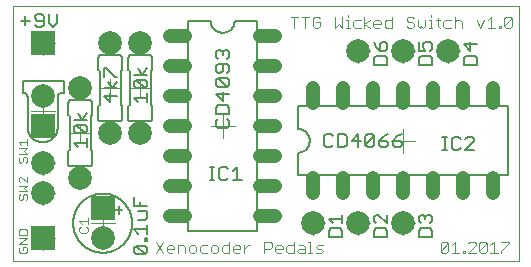
<source format=gtl>
G75*
%MOIN*%
%OFA0B0*%
%FSLAX25Y25*%
%IPPOS*%
%LPD*%
%AMOC8*
5,1,8,0,0,1.08239X$1,22.5*
%
%ADD10C,0.00000*%
%ADD11C,0.00300*%
%ADD12R,0.07874X0.07874*%
%ADD13C,0.00600*%
%ADD14C,0.02400*%
%ADD15C,0.07874*%
%ADD16C,0.00400*%
%ADD17C,0.00500*%
%ADD18C,0.04800*%
D10*
X0002200Y0002200D02*
X0002200Y0087161D01*
X0170901Y0087161D01*
X0170901Y0002200D01*
X0002200Y0002200D01*
X0012200Y0005731D02*
X0012200Y0013669D01*
X0008231Y0009700D02*
X0016169Y0009700D01*
X0028200Y0014700D02*
X0036200Y0014700D01*
X0032200Y0010700D02*
X0032200Y0018700D01*
X0016169Y0024700D02*
X0008231Y0024700D01*
X0012200Y0020731D02*
X0012200Y0028669D01*
X0012200Y0030700D02*
X0012200Y0038700D01*
X0008200Y0034700D02*
X0016200Y0034700D01*
X0024700Y0041767D02*
X0024700Y0047633D01*
X0021767Y0044700D02*
X0027633Y0044700D01*
X0016200Y0052200D02*
X0008200Y0052200D01*
X0012200Y0048200D02*
X0012200Y0056200D01*
X0031767Y0059700D02*
X0037633Y0059700D01*
X0041767Y0059700D02*
X0047633Y0059700D01*
X0044700Y0056767D02*
X0044700Y0062633D01*
X0034700Y0062633D02*
X0034700Y0056767D01*
X0012200Y0070700D02*
X0012200Y0078700D01*
X0008200Y0074700D02*
X0016200Y0074700D01*
X0068200Y0047200D02*
X0076200Y0047200D01*
X0072200Y0043200D02*
X0072200Y0051200D01*
X0113200Y0072200D02*
X0121200Y0072200D01*
X0117200Y0068200D02*
X0117200Y0076200D01*
X0128200Y0072200D02*
X0136200Y0072200D01*
X0132200Y0068200D02*
X0132200Y0076200D01*
X0143200Y0072200D02*
X0151200Y0072200D01*
X0147200Y0068200D02*
X0147200Y0076200D01*
X0132200Y0046200D02*
X0132200Y0038200D01*
X0128200Y0042200D02*
X0136200Y0042200D01*
X0132200Y0018700D02*
X0132200Y0010700D01*
X0128200Y0014700D02*
X0136200Y0014700D01*
X0121200Y0014700D02*
X0113200Y0014700D01*
X0117200Y0010700D02*
X0117200Y0018700D01*
X0106200Y0014700D02*
X0098200Y0014700D01*
X0102200Y0010700D02*
X0102200Y0018700D01*
D11*
X0101417Y0008553D02*
X0100800Y0008553D01*
X0101417Y0008553D02*
X0101417Y0004850D01*
X0100800Y0004850D02*
X0102035Y0004850D01*
X0103256Y0004850D02*
X0105107Y0004850D01*
X0105724Y0005467D01*
X0105107Y0006084D01*
X0103873Y0006084D01*
X0103256Y0006702D01*
X0103873Y0007319D01*
X0105724Y0007319D01*
X0099586Y0006702D02*
X0099586Y0004850D01*
X0097734Y0004850D01*
X0097117Y0005467D01*
X0097734Y0006084D01*
X0099586Y0006084D01*
X0099586Y0006702D02*
X0098969Y0007319D01*
X0097734Y0007319D01*
X0095903Y0007319D02*
X0094051Y0007319D01*
X0093434Y0006702D01*
X0093434Y0005467D01*
X0094051Y0004850D01*
X0095903Y0004850D01*
X0095903Y0008553D01*
X0092220Y0006702D02*
X0092220Y0006084D01*
X0089751Y0006084D01*
X0089751Y0005467D02*
X0089751Y0006702D01*
X0090368Y0007319D01*
X0091602Y0007319D01*
X0092220Y0006702D01*
X0090368Y0004850D02*
X0089751Y0005467D01*
X0090368Y0004850D02*
X0091602Y0004850D01*
X0088536Y0006702D02*
X0087919Y0006084D01*
X0086068Y0006084D01*
X0086068Y0004850D02*
X0086068Y0008553D01*
X0087919Y0008553D01*
X0088536Y0007936D01*
X0088536Y0006702D01*
X0081167Y0007319D02*
X0080550Y0007319D01*
X0079315Y0006084D01*
X0078101Y0006084D02*
X0078101Y0006702D01*
X0077484Y0007319D01*
X0076249Y0007319D01*
X0075632Y0006702D01*
X0075632Y0005467D01*
X0076249Y0004850D01*
X0077484Y0004850D01*
X0078101Y0006084D02*
X0075632Y0006084D01*
X0074418Y0004850D02*
X0072566Y0004850D01*
X0071949Y0005467D01*
X0071949Y0006702D01*
X0072566Y0007319D01*
X0074418Y0007319D01*
X0074418Y0008553D02*
X0074418Y0004850D01*
X0070734Y0005467D02*
X0070734Y0006702D01*
X0070117Y0007319D01*
X0068883Y0007319D01*
X0068266Y0006702D01*
X0068266Y0005467D01*
X0068883Y0004850D01*
X0070117Y0004850D01*
X0070734Y0005467D01*
X0067051Y0004850D02*
X0065200Y0004850D01*
X0064583Y0005467D01*
X0064583Y0006702D01*
X0065200Y0007319D01*
X0067051Y0007319D01*
X0063368Y0006702D02*
X0063368Y0005467D01*
X0062751Y0004850D01*
X0061517Y0004850D01*
X0060899Y0005467D01*
X0060899Y0006702D01*
X0061517Y0007319D01*
X0062751Y0007319D01*
X0063368Y0006702D01*
X0059685Y0006702D02*
X0059685Y0004850D01*
X0059685Y0006702D02*
X0059068Y0007319D01*
X0057216Y0007319D01*
X0057216Y0004850D01*
X0056002Y0006084D02*
X0053533Y0006084D01*
X0053533Y0005467D02*
X0053533Y0006702D01*
X0054150Y0007319D01*
X0055385Y0007319D01*
X0056002Y0006702D01*
X0056002Y0006084D01*
X0055385Y0004850D02*
X0054150Y0004850D01*
X0053533Y0005467D01*
X0052319Y0004850D02*
X0049850Y0008553D01*
X0052319Y0008553D02*
X0049850Y0004850D01*
X0079315Y0004850D02*
X0079315Y0007319D01*
X0144850Y0007936D02*
X0144850Y0005467D01*
X0147319Y0007936D01*
X0147319Y0005467D01*
X0146702Y0004850D01*
X0145467Y0004850D01*
X0144850Y0005467D01*
X0144850Y0007936D02*
X0145467Y0008553D01*
X0146702Y0008553D01*
X0147319Y0007936D01*
X0148533Y0007319D02*
X0149768Y0008553D01*
X0149768Y0004850D01*
X0151002Y0004850D02*
X0148533Y0004850D01*
X0152216Y0004850D02*
X0152833Y0004850D01*
X0152833Y0005467D01*
X0152216Y0005467D01*
X0152216Y0004850D01*
X0154058Y0004850D02*
X0156527Y0007319D01*
X0156527Y0007936D01*
X0155909Y0008553D01*
X0154675Y0008553D01*
X0154058Y0007936D01*
X0157741Y0007936D02*
X0157741Y0005467D01*
X0160210Y0007936D01*
X0160210Y0005467D01*
X0159593Y0004850D01*
X0158358Y0004850D01*
X0157741Y0005467D01*
X0156527Y0004850D02*
X0154058Y0004850D01*
X0157741Y0007936D02*
X0158358Y0008553D01*
X0159593Y0008553D01*
X0160210Y0007936D01*
X0161424Y0007319D02*
X0162659Y0008553D01*
X0162659Y0004850D01*
X0163893Y0004850D02*
X0161424Y0004850D01*
X0165107Y0004850D02*
X0165107Y0005467D01*
X0167576Y0007936D01*
X0167576Y0008553D01*
X0165107Y0008553D01*
X0164833Y0079850D02*
X0164216Y0079850D01*
X0164216Y0080467D01*
X0164833Y0080467D01*
X0164833Y0079850D01*
X0166057Y0080467D02*
X0168526Y0082936D01*
X0168526Y0080467D01*
X0167909Y0079850D01*
X0166675Y0079850D01*
X0166057Y0080467D01*
X0166057Y0082936D01*
X0166675Y0083553D01*
X0167909Y0083553D01*
X0168526Y0082936D01*
X0163002Y0079850D02*
X0160533Y0079850D01*
X0161767Y0079850D02*
X0161767Y0083553D01*
X0160533Y0082319D01*
X0159318Y0082319D02*
X0158084Y0079850D01*
X0156850Y0082319D01*
X0151952Y0081702D02*
X0151952Y0079850D01*
X0151952Y0081702D02*
X0151335Y0082319D01*
X0150100Y0082319D01*
X0149483Y0081702D01*
X0148269Y0082319D02*
X0146417Y0082319D01*
X0145800Y0081702D01*
X0145800Y0080467D01*
X0146417Y0079850D01*
X0148269Y0079850D01*
X0149483Y0079850D02*
X0149483Y0083553D01*
X0144579Y0082319D02*
X0143345Y0082319D01*
X0143962Y0082936D02*
X0143962Y0080467D01*
X0144579Y0079850D01*
X0142124Y0079850D02*
X0140889Y0079850D01*
X0141506Y0079850D02*
X0141506Y0082319D01*
X0140889Y0082319D01*
X0139675Y0082319D02*
X0139675Y0080467D01*
X0139058Y0079850D01*
X0138441Y0080467D01*
X0137823Y0079850D01*
X0137206Y0080467D01*
X0137206Y0082319D01*
X0135992Y0082936D02*
X0135375Y0083553D01*
X0134140Y0083553D01*
X0133523Y0082936D01*
X0133523Y0082319D01*
X0134140Y0081702D01*
X0135375Y0081702D01*
X0135992Y0081084D01*
X0135992Y0080467D01*
X0135375Y0079850D01*
X0134140Y0079850D01*
X0133523Y0080467D01*
X0128625Y0079850D02*
X0128625Y0083553D01*
X0128625Y0082319D02*
X0126774Y0082319D01*
X0126157Y0081702D01*
X0126157Y0080467D01*
X0126774Y0079850D01*
X0128625Y0079850D01*
X0124942Y0081084D02*
X0124942Y0081702D01*
X0124325Y0082319D01*
X0123091Y0082319D01*
X0122474Y0081702D01*
X0122474Y0080467D01*
X0123091Y0079850D01*
X0124325Y0079850D01*
X0124942Y0081084D02*
X0122474Y0081084D01*
X0121256Y0079850D02*
X0119404Y0081084D01*
X0121256Y0082319D01*
X0119404Y0083553D02*
X0119404Y0079850D01*
X0118190Y0079850D02*
X0116338Y0079850D01*
X0115721Y0080467D01*
X0115721Y0081702D01*
X0116338Y0082319D01*
X0118190Y0082319D01*
X0113883Y0082319D02*
X0113883Y0079850D01*
X0113266Y0079850D02*
X0114500Y0079850D01*
X0112051Y0079850D02*
X0112051Y0083553D01*
X0113266Y0082319D02*
X0113883Y0082319D01*
X0113883Y0083553D02*
X0113883Y0084170D01*
X0109583Y0083553D02*
X0109583Y0079850D01*
X0110817Y0081084D01*
X0112051Y0079850D01*
X0104685Y0080467D02*
X0104685Y0081702D01*
X0103451Y0081702D01*
X0104685Y0082936D02*
X0104068Y0083553D01*
X0102833Y0083553D01*
X0102216Y0082936D01*
X0102216Y0080467D01*
X0102833Y0079850D01*
X0104068Y0079850D01*
X0104685Y0080467D01*
X0101002Y0083553D02*
X0098533Y0083553D01*
X0097319Y0083553D02*
X0094850Y0083553D01*
X0096084Y0083553D02*
X0096084Y0079850D01*
X0099768Y0079850D02*
X0099768Y0083553D01*
X0141506Y0083553D02*
X0141506Y0084170D01*
D12*
X0032200Y0019700D03*
X0012200Y0009700D03*
X0012200Y0047200D03*
X0012200Y0074700D03*
D13*
X0011806Y0080000D02*
X0010338Y0080000D01*
X0009604Y0080734D01*
X0010338Y0082202D02*
X0012540Y0082202D01*
X0012540Y0080734D02*
X0012540Y0083670D01*
X0011806Y0084404D01*
X0010338Y0084404D01*
X0009604Y0083670D01*
X0009604Y0082936D01*
X0010338Y0082202D01*
X0007936Y0082202D02*
X0005000Y0082202D01*
X0006468Y0083670D02*
X0006468Y0080734D01*
X0011806Y0080000D02*
X0012540Y0080734D01*
X0014208Y0081468D02*
X0015676Y0080000D01*
X0017144Y0081468D01*
X0017144Y0084404D01*
X0014208Y0084404D02*
X0014208Y0081468D01*
X0031700Y0070763D02*
X0037700Y0070763D01*
X0037760Y0070761D01*
X0037821Y0070756D01*
X0037880Y0070747D01*
X0037939Y0070734D01*
X0037998Y0070718D01*
X0038055Y0070698D01*
X0038110Y0070675D01*
X0038165Y0070648D01*
X0038217Y0070619D01*
X0038268Y0070586D01*
X0038317Y0070550D01*
X0038363Y0070512D01*
X0038407Y0070470D01*
X0038449Y0070426D01*
X0038487Y0070380D01*
X0038523Y0070331D01*
X0038556Y0070280D01*
X0038585Y0070228D01*
X0038612Y0070173D01*
X0038635Y0070118D01*
X0038655Y0070061D01*
X0038671Y0070002D01*
X0038684Y0069943D01*
X0038693Y0069884D01*
X0038698Y0069823D01*
X0038700Y0069763D01*
X0038700Y0065763D01*
X0038200Y0065263D01*
X0038200Y0054137D01*
X0038700Y0053637D01*
X0038700Y0049637D01*
X0038698Y0049577D01*
X0038693Y0049516D01*
X0038684Y0049457D01*
X0038671Y0049398D01*
X0038655Y0049339D01*
X0038635Y0049282D01*
X0038612Y0049227D01*
X0038585Y0049172D01*
X0038556Y0049120D01*
X0038523Y0049069D01*
X0038487Y0049020D01*
X0038449Y0048974D01*
X0038407Y0048930D01*
X0038363Y0048888D01*
X0038317Y0048850D01*
X0038268Y0048814D01*
X0038217Y0048781D01*
X0038165Y0048752D01*
X0038110Y0048725D01*
X0038055Y0048702D01*
X0037998Y0048682D01*
X0037939Y0048666D01*
X0037880Y0048653D01*
X0037821Y0048644D01*
X0037760Y0048639D01*
X0037700Y0048637D01*
X0031700Y0048637D01*
X0031640Y0048639D01*
X0031579Y0048644D01*
X0031520Y0048653D01*
X0031461Y0048666D01*
X0031402Y0048682D01*
X0031345Y0048702D01*
X0031290Y0048725D01*
X0031235Y0048752D01*
X0031183Y0048781D01*
X0031132Y0048814D01*
X0031083Y0048850D01*
X0031037Y0048888D01*
X0030993Y0048930D01*
X0030951Y0048974D01*
X0030913Y0049020D01*
X0030877Y0049069D01*
X0030844Y0049120D01*
X0030815Y0049172D01*
X0030788Y0049227D01*
X0030765Y0049282D01*
X0030745Y0049339D01*
X0030729Y0049398D01*
X0030716Y0049457D01*
X0030707Y0049516D01*
X0030702Y0049577D01*
X0030700Y0049637D01*
X0030700Y0053637D01*
X0031200Y0054137D01*
X0031200Y0065263D01*
X0030700Y0065763D01*
X0030700Y0069763D01*
X0030702Y0069823D01*
X0030707Y0069884D01*
X0030716Y0069943D01*
X0030729Y0070002D01*
X0030745Y0070061D01*
X0030765Y0070118D01*
X0030788Y0070173D01*
X0030815Y0070228D01*
X0030844Y0070280D01*
X0030877Y0070331D01*
X0030913Y0070380D01*
X0030951Y0070426D01*
X0030993Y0070470D01*
X0031037Y0070512D01*
X0031083Y0070550D01*
X0031132Y0070586D01*
X0031183Y0070619D01*
X0031235Y0070648D01*
X0031290Y0070675D01*
X0031345Y0070698D01*
X0031402Y0070718D01*
X0031461Y0070734D01*
X0031520Y0070747D01*
X0031579Y0070756D01*
X0031640Y0070761D01*
X0031700Y0070763D01*
X0032496Y0066376D02*
X0033230Y0066376D01*
X0036166Y0063441D01*
X0036900Y0063441D01*
X0036900Y0061806D02*
X0035432Y0059604D01*
X0033964Y0061806D01*
X0032496Y0063441D02*
X0032496Y0066376D01*
X0040700Y0065763D02*
X0040700Y0069763D01*
X0040702Y0069823D01*
X0040707Y0069884D01*
X0040716Y0069943D01*
X0040729Y0070002D01*
X0040745Y0070061D01*
X0040765Y0070118D01*
X0040788Y0070173D01*
X0040815Y0070228D01*
X0040844Y0070280D01*
X0040877Y0070331D01*
X0040913Y0070380D01*
X0040951Y0070426D01*
X0040993Y0070470D01*
X0041037Y0070512D01*
X0041083Y0070550D01*
X0041132Y0070586D01*
X0041183Y0070619D01*
X0041235Y0070648D01*
X0041290Y0070675D01*
X0041345Y0070698D01*
X0041402Y0070718D01*
X0041461Y0070734D01*
X0041520Y0070747D01*
X0041579Y0070756D01*
X0041640Y0070761D01*
X0041700Y0070763D01*
X0047700Y0070763D01*
X0047760Y0070761D01*
X0047821Y0070756D01*
X0047880Y0070747D01*
X0047939Y0070734D01*
X0047998Y0070718D01*
X0048055Y0070698D01*
X0048110Y0070675D01*
X0048165Y0070648D01*
X0048217Y0070619D01*
X0048268Y0070586D01*
X0048317Y0070550D01*
X0048363Y0070512D01*
X0048407Y0070470D01*
X0048449Y0070426D01*
X0048487Y0070380D01*
X0048523Y0070331D01*
X0048556Y0070280D01*
X0048585Y0070228D01*
X0048612Y0070173D01*
X0048635Y0070118D01*
X0048655Y0070061D01*
X0048671Y0070002D01*
X0048684Y0069943D01*
X0048693Y0069884D01*
X0048698Y0069823D01*
X0048700Y0069763D01*
X0048700Y0065763D01*
X0048200Y0065263D01*
X0048200Y0054137D01*
X0048700Y0053637D01*
X0048700Y0049637D01*
X0048698Y0049577D01*
X0048693Y0049516D01*
X0048684Y0049457D01*
X0048671Y0049398D01*
X0048655Y0049339D01*
X0048635Y0049282D01*
X0048612Y0049227D01*
X0048585Y0049172D01*
X0048556Y0049120D01*
X0048523Y0049069D01*
X0048487Y0049020D01*
X0048449Y0048974D01*
X0048407Y0048930D01*
X0048363Y0048888D01*
X0048317Y0048850D01*
X0048268Y0048814D01*
X0048217Y0048781D01*
X0048165Y0048752D01*
X0048110Y0048725D01*
X0048055Y0048702D01*
X0047998Y0048682D01*
X0047939Y0048666D01*
X0047880Y0048653D01*
X0047821Y0048644D01*
X0047760Y0048639D01*
X0047700Y0048637D01*
X0041700Y0048637D01*
X0041640Y0048639D01*
X0041579Y0048644D01*
X0041520Y0048653D01*
X0041461Y0048666D01*
X0041402Y0048682D01*
X0041345Y0048702D01*
X0041290Y0048725D01*
X0041235Y0048752D01*
X0041183Y0048781D01*
X0041132Y0048814D01*
X0041083Y0048850D01*
X0041037Y0048888D01*
X0040993Y0048930D01*
X0040951Y0048974D01*
X0040913Y0049020D01*
X0040877Y0049069D01*
X0040844Y0049120D01*
X0040815Y0049172D01*
X0040788Y0049227D01*
X0040765Y0049282D01*
X0040745Y0049339D01*
X0040729Y0049398D01*
X0040716Y0049457D01*
X0040707Y0049516D01*
X0040702Y0049577D01*
X0040700Y0049637D01*
X0040700Y0053637D01*
X0041200Y0054137D01*
X0041200Y0065263D01*
X0040700Y0065763D01*
X0042496Y0064208D02*
X0046900Y0064208D01*
X0045432Y0064208D02*
X0043964Y0066410D01*
X0045432Y0064208D02*
X0046900Y0066410D01*
X0046166Y0062540D02*
X0043230Y0062540D01*
X0046166Y0059604D01*
X0046900Y0060338D01*
X0046900Y0061806D01*
X0046166Y0062540D01*
X0043230Y0062540D02*
X0042496Y0061806D01*
X0042496Y0060338D01*
X0043230Y0059604D01*
X0046166Y0059604D01*
X0046900Y0057936D02*
X0046900Y0055000D01*
X0043964Y0055000D02*
X0042496Y0056468D01*
X0046900Y0056468D01*
X0036900Y0057202D02*
X0032496Y0057202D01*
X0034698Y0055000D01*
X0034698Y0057936D01*
X0036900Y0059604D02*
X0032496Y0059604D01*
X0027700Y0055763D02*
X0021700Y0055763D01*
X0021640Y0055761D01*
X0021579Y0055756D01*
X0021520Y0055747D01*
X0021461Y0055734D01*
X0021402Y0055718D01*
X0021345Y0055698D01*
X0021290Y0055675D01*
X0021235Y0055648D01*
X0021183Y0055619D01*
X0021132Y0055586D01*
X0021083Y0055550D01*
X0021037Y0055512D01*
X0020993Y0055470D01*
X0020951Y0055426D01*
X0020913Y0055380D01*
X0020877Y0055331D01*
X0020844Y0055280D01*
X0020815Y0055228D01*
X0020788Y0055173D01*
X0020765Y0055118D01*
X0020745Y0055061D01*
X0020729Y0055002D01*
X0020716Y0054943D01*
X0020707Y0054884D01*
X0020702Y0054823D01*
X0020700Y0054763D01*
X0020700Y0050763D01*
X0021200Y0050263D01*
X0021200Y0039137D01*
X0020700Y0038637D01*
X0020700Y0034637D01*
X0020702Y0034577D01*
X0020707Y0034516D01*
X0020716Y0034457D01*
X0020729Y0034398D01*
X0020745Y0034339D01*
X0020765Y0034282D01*
X0020788Y0034227D01*
X0020815Y0034172D01*
X0020844Y0034120D01*
X0020877Y0034069D01*
X0020913Y0034020D01*
X0020951Y0033974D01*
X0020993Y0033930D01*
X0021037Y0033888D01*
X0021083Y0033850D01*
X0021132Y0033814D01*
X0021183Y0033781D01*
X0021235Y0033752D01*
X0021290Y0033725D01*
X0021345Y0033702D01*
X0021402Y0033682D01*
X0021461Y0033666D01*
X0021520Y0033653D01*
X0021579Y0033644D01*
X0021640Y0033639D01*
X0021700Y0033637D01*
X0027700Y0033637D01*
X0027760Y0033639D01*
X0027821Y0033644D01*
X0027880Y0033653D01*
X0027939Y0033666D01*
X0027998Y0033682D01*
X0028055Y0033702D01*
X0028110Y0033725D01*
X0028165Y0033752D01*
X0028217Y0033781D01*
X0028268Y0033814D01*
X0028317Y0033850D01*
X0028363Y0033888D01*
X0028407Y0033930D01*
X0028449Y0033974D01*
X0028487Y0034020D01*
X0028523Y0034069D01*
X0028556Y0034120D01*
X0028585Y0034172D01*
X0028612Y0034227D01*
X0028635Y0034282D01*
X0028655Y0034339D01*
X0028671Y0034398D01*
X0028684Y0034457D01*
X0028693Y0034516D01*
X0028698Y0034577D01*
X0028700Y0034637D01*
X0028700Y0038637D01*
X0028200Y0039137D01*
X0028200Y0050263D01*
X0028700Y0050763D01*
X0028700Y0054763D01*
X0028698Y0054823D01*
X0028693Y0054884D01*
X0028684Y0054943D01*
X0028671Y0055002D01*
X0028655Y0055061D01*
X0028635Y0055118D01*
X0028612Y0055173D01*
X0028585Y0055228D01*
X0028556Y0055280D01*
X0028523Y0055331D01*
X0028487Y0055380D01*
X0028449Y0055426D01*
X0028407Y0055470D01*
X0028363Y0055512D01*
X0028317Y0055550D01*
X0028268Y0055586D01*
X0028217Y0055619D01*
X0028165Y0055648D01*
X0028110Y0055675D01*
X0028055Y0055698D01*
X0027998Y0055718D01*
X0027939Y0055734D01*
X0027880Y0055747D01*
X0027821Y0055756D01*
X0027760Y0055761D01*
X0027700Y0055763D01*
X0026900Y0051410D02*
X0025432Y0049208D01*
X0023964Y0051410D01*
X0022496Y0049208D02*
X0026900Y0049208D01*
X0026166Y0047540D02*
X0023230Y0047540D01*
X0026166Y0044604D01*
X0026900Y0045338D01*
X0026900Y0046806D01*
X0026166Y0047540D01*
X0023230Y0047540D02*
X0022496Y0046806D01*
X0022496Y0045338D01*
X0023230Y0044604D01*
X0026166Y0044604D01*
X0026900Y0042936D02*
X0026900Y0040000D01*
X0026900Y0041468D02*
X0022496Y0041468D01*
X0023964Y0040000D01*
X0042496Y0023332D02*
X0042496Y0020396D01*
X0046900Y0020396D01*
X0044698Y0020396D02*
X0044698Y0021864D01*
X0038800Y0019200D02*
X0036300Y0019200D01*
X0037600Y0017900D02*
X0037600Y0020500D01*
X0043964Y0018728D02*
X0046900Y0018728D01*
X0046900Y0016526D01*
X0046166Y0015792D01*
X0043964Y0015792D01*
X0046900Y0014124D02*
X0046900Y0011188D01*
X0043964Y0011188D02*
X0042496Y0012656D01*
X0046900Y0012656D01*
X0046900Y0009620D02*
X0046900Y0008886D01*
X0046166Y0008886D01*
X0046166Y0009620D01*
X0046900Y0009620D01*
X0046166Y0007218D02*
X0043230Y0007218D01*
X0046166Y0004282D01*
X0046900Y0005016D01*
X0046900Y0006484D01*
X0046166Y0007218D01*
X0043230Y0007218D02*
X0042496Y0006484D01*
X0042496Y0005016D01*
X0043230Y0004282D01*
X0046166Y0004282D01*
X0060700Y0012200D02*
X0083700Y0012200D01*
X0083700Y0082200D01*
X0076200Y0082200D01*
X0076198Y0082074D01*
X0076192Y0081949D01*
X0076182Y0081824D01*
X0076168Y0081699D01*
X0076151Y0081574D01*
X0076129Y0081450D01*
X0076104Y0081327D01*
X0076074Y0081205D01*
X0076041Y0081084D01*
X0076004Y0080964D01*
X0075964Y0080845D01*
X0075919Y0080728D01*
X0075871Y0080611D01*
X0075819Y0080497D01*
X0075764Y0080384D01*
X0075705Y0080273D01*
X0075643Y0080164D01*
X0075577Y0080057D01*
X0075508Y0079952D01*
X0075436Y0079849D01*
X0075361Y0079748D01*
X0075282Y0079650D01*
X0075200Y0079555D01*
X0075116Y0079462D01*
X0075028Y0079372D01*
X0074938Y0079284D01*
X0074845Y0079200D01*
X0074750Y0079118D01*
X0074652Y0079039D01*
X0074551Y0078964D01*
X0074448Y0078892D01*
X0074343Y0078823D01*
X0074236Y0078757D01*
X0074127Y0078695D01*
X0074016Y0078636D01*
X0073903Y0078581D01*
X0073789Y0078529D01*
X0073672Y0078481D01*
X0073555Y0078436D01*
X0073436Y0078396D01*
X0073316Y0078359D01*
X0073195Y0078326D01*
X0073073Y0078296D01*
X0072950Y0078271D01*
X0072826Y0078249D01*
X0072701Y0078232D01*
X0072576Y0078218D01*
X0072451Y0078208D01*
X0072326Y0078202D01*
X0072200Y0078200D01*
X0072074Y0078202D01*
X0071949Y0078208D01*
X0071824Y0078218D01*
X0071699Y0078232D01*
X0071574Y0078249D01*
X0071450Y0078271D01*
X0071327Y0078296D01*
X0071205Y0078326D01*
X0071084Y0078359D01*
X0070964Y0078396D01*
X0070845Y0078436D01*
X0070728Y0078481D01*
X0070611Y0078529D01*
X0070497Y0078581D01*
X0070384Y0078636D01*
X0070273Y0078695D01*
X0070164Y0078757D01*
X0070057Y0078823D01*
X0069952Y0078892D01*
X0069849Y0078964D01*
X0069748Y0079039D01*
X0069650Y0079118D01*
X0069555Y0079200D01*
X0069462Y0079284D01*
X0069372Y0079372D01*
X0069284Y0079462D01*
X0069200Y0079555D01*
X0069118Y0079650D01*
X0069039Y0079748D01*
X0068964Y0079849D01*
X0068892Y0079952D01*
X0068823Y0080057D01*
X0068757Y0080164D01*
X0068695Y0080273D01*
X0068636Y0080384D01*
X0068581Y0080497D01*
X0068529Y0080611D01*
X0068481Y0080728D01*
X0068436Y0080845D01*
X0068396Y0080964D01*
X0068359Y0081084D01*
X0068326Y0081205D01*
X0068296Y0081327D01*
X0068271Y0081450D01*
X0068249Y0081574D01*
X0068232Y0081699D01*
X0068218Y0081824D01*
X0068208Y0081949D01*
X0068202Y0082074D01*
X0068200Y0082200D01*
X0060700Y0082200D01*
X0060700Y0012200D01*
X0022357Y0014700D02*
X0022360Y0014942D01*
X0022369Y0015183D01*
X0022384Y0015424D01*
X0022404Y0015665D01*
X0022431Y0015905D01*
X0022464Y0016144D01*
X0022502Y0016383D01*
X0022546Y0016620D01*
X0022596Y0016857D01*
X0022652Y0017092D01*
X0022714Y0017325D01*
X0022781Y0017557D01*
X0022854Y0017788D01*
X0022932Y0018016D01*
X0023017Y0018242D01*
X0023106Y0018467D01*
X0023201Y0018689D01*
X0023302Y0018908D01*
X0023408Y0019126D01*
X0023519Y0019340D01*
X0023636Y0019552D01*
X0023757Y0019760D01*
X0023884Y0019966D01*
X0024016Y0020168D01*
X0024153Y0020368D01*
X0024294Y0020563D01*
X0024440Y0020756D01*
X0024591Y0020944D01*
X0024747Y0021129D01*
X0024907Y0021310D01*
X0025071Y0021487D01*
X0025240Y0021660D01*
X0025413Y0021829D01*
X0025590Y0021993D01*
X0025771Y0022153D01*
X0025956Y0022309D01*
X0026144Y0022460D01*
X0026337Y0022606D01*
X0026532Y0022747D01*
X0026732Y0022884D01*
X0026934Y0023016D01*
X0027140Y0023143D01*
X0027348Y0023264D01*
X0027560Y0023381D01*
X0027774Y0023492D01*
X0027992Y0023598D01*
X0028211Y0023699D01*
X0028433Y0023794D01*
X0028658Y0023883D01*
X0028884Y0023968D01*
X0029112Y0024046D01*
X0029343Y0024119D01*
X0029575Y0024186D01*
X0029808Y0024248D01*
X0030043Y0024304D01*
X0030280Y0024354D01*
X0030517Y0024398D01*
X0030756Y0024436D01*
X0030995Y0024469D01*
X0031235Y0024496D01*
X0031476Y0024516D01*
X0031717Y0024531D01*
X0031958Y0024540D01*
X0032200Y0024543D01*
X0032442Y0024540D01*
X0032683Y0024531D01*
X0032924Y0024516D01*
X0033165Y0024496D01*
X0033405Y0024469D01*
X0033644Y0024436D01*
X0033883Y0024398D01*
X0034120Y0024354D01*
X0034357Y0024304D01*
X0034592Y0024248D01*
X0034825Y0024186D01*
X0035057Y0024119D01*
X0035288Y0024046D01*
X0035516Y0023968D01*
X0035742Y0023883D01*
X0035967Y0023794D01*
X0036189Y0023699D01*
X0036408Y0023598D01*
X0036626Y0023492D01*
X0036840Y0023381D01*
X0037052Y0023264D01*
X0037260Y0023143D01*
X0037466Y0023016D01*
X0037668Y0022884D01*
X0037868Y0022747D01*
X0038063Y0022606D01*
X0038256Y0022460D01*
X0038444Y0022309D01*
X0038629Y0022153D01*
X0038810Y0021993D01*
X0038987Y0021829D01*
X0039160Y0021660D01*
X0039329Y0021487D01*
X0039493Y0021310D01*
X0039653Y0021129D01*
X0039809Y0020944D01*
X0039960Y0020756D01*
X0040106Y0020563D01*
X0040247Y0020368D01*
X0040384Y0020168D01*
X0040516Y0019966D01*
X0040643Y0019760D01*
X0040764Y0019552D01*
X0040881Y0019340D01*
X0040992Y0019126D01*
X0041098Y0018908D01*
X0041199Y0018689D01*
X0041294Y0018467D01*
X0041383Y0018242D01*
X0041468Y0018016D01*
X0041546Y0017788D01*
X0041619Y0017557D01*
X0041686Y0017325D01*
X0041748Y0017092D01*
X0041804Y0016857D01*
X0041854Y0016620D01*
X0041898Y0016383D01*
X0041936Y0016144D01*
X0041969Y0015905D01*
X0041996Y0015665D01*
X0042016Y0015424D01*
X0042031Y0015183D01*
X0042040Y0014942D01*
X0042043Y0014700D01*
X0042040Y0014458D01*
X0042031Y0014217D01*
X0042016Y0013976D01*
X0041996Y0013735D01*
X0041969Y0013495D01*
X0041936Y0013256D01*
X0041898Y0013017D01*
X0041854Y0012780D01*
X0041804Y0012543D01*
X0041748Y0012308D01*
X0041686Y0012075D01*
X0041619Y0011843D01*
X0041546Y0011612D01*
X0041468Y0011384D01*
X0041383Y0011158D01*
X0041294Y0010933D01*
X0041199Y0010711D01*
X0041098Y0010492D01*
X0040992Y0010274D01*
X0040881Y0010060D01*
X0040764Y0009848D01*
X0040643Y0009640D01*
X0040516Y0009434D01*
X0040384Y0009232D01*
X0040247Y0009032D01*
X0040106Y0008837D01*
X0039960Y0008644D01*
X0039809Y0008456D01*
X0039653Y0008271D01*
X0039493Y0008090D01*
X0039329Y0007913D01*
X0039160Y0007740D01*
X0038987Y0007571D01*
X0038810Y0007407D01*
X0038629Y0007247D01*
X0038444Y0007091D01*
X0038256Y0006940D01*
X0038063Y0006794D01*
X0037868Y0006653D01*
X0037668Y0006516D01*
X0037466Y0006384D01*
X0037260Y0006257D01*
X0037052Y0006136D01*
X0036840Y0006019D01*
X0036626Y0005908D01*
X0036408Y0005802D01*
X0036189Y0005701D01*
X0035967Y0005606D01*
X0035742Y0005517D01*
X0035516Y0005432D01*
X0035288Y0005354D01*
X0035057Y0005281D01*
X0034825Y0005214D01*
X0034592Y0005152D01*
X0034357Y0005096D01*
X0034120Y0005046D01*
X0033883Y0005002D01*
X0033644Y0004964D01*
X0033405Y0004931D01*
X0033165Y0004904D01*
X0032924Y0004884D01*
X0032683Y0004869D01*
X0032442Y0004860D01*
X0032200Y0004857D01*
X0031958Y0004860D01*
X0031717Y0004869D01*
X0031476Y0004884D01*
X0031235Y0004904D01*
X0030995Y0004931D01*
X0030756Y0004964D01*
X0030517Y0005002D01*
X0030280Y0005046D01*
X0030043Y0005096D01*
X0029808Y0005152D01*
X0029575Y0005214D01*
X0029343Y0005281D01*
X0029112Y0005354D01*
X0028884Y0005432D01*
X0028658Y0005517D01*
X0028433Y0005606D01*
X0028211Y0005701D01*
X0027992Y0005802D01*
X0027774Y0005908D01*
X0027560Y0006019D01*
X0027348Y0006136D01*
X0027140Y0006257D01*
X0026934Y0006384D01*
X0026732Y0006516D01*
X0026532Y0006653D01*
X0026337Y0006794D01*
X0026144Y0006940D01*
X0025956Y0007091D01*
X0025771Y0007247D01*
X0025590Y0007407D01*
X0025413Y0007571D01*
X0025240Y0007740D01*
X0025071Y0007913D01*
X0024907Y0008090D01*
X0024747Y0008271D01*
X0024591Y0008456D01*
X0024440Y0008644D01*
X0024294Y0008837D01*
X0024153Y0009032D01*
X0024016Y0009232D01*
X0023884Y0009434D01*
X0023757Y0009640D01*
X0023636Y0009848D01*
X0023519Y0010060D01*
X0023408Y0010274D01*
X0023302Y0010492D01*
X0023201Y0010711D01*
X0023106Y0010933D01*
X0023017Y0011158D01*
X0022932Y0011384D01*
X0022854Y0011612D01*
X0022781Y0011843D01*
X0022714Y0012075D01*
X0022652Y0012308D01*
X0022596Y0012543D01*
X0022546Y0012780D01*
X0022502Y0013017D01*
X0022464Y0013256D01*
X0022431Y0013495D01*
X0022404Y0013735D01*
X0022384Y0013976D01*
X0022369Y0014217D01*
X0022360Y0014458D01*
X0022357Y0014700D01*
X0097200Y0030700D02*
X0097200Y0038200D01*
X0097326Y0038202D01*
X0097451Y0038208D01*
X0097576Y0038218D01*
X0097701Y0038232D01*
X0097826Y0038249D01*
X0097950Y0038271D01*
X0098073Y0038296D01*
X0098195Y0038326D01*
X0098316Y0038359D01*
X0098436Y0038396D01*
X0098555Y0038436D01*
X0098672Y0038481D01*
X0098789Y0038529D01*
X0098903Y0038581D01*
X0099016Y0038636D01*
X0099127Y0038695D01*
X0099236Y0038757D01*
X0099343Y0038823D01*
X0099448Y0038892D01*
X0099551Y0038964D01*
X0099652Y0039039D01*
X0099750Y0039118D01*
X0099845Y0039200D01*
X0099938Y0039284D01*
X0100028Y0039372D01*
X0100116Y0039462D01*
X0100200Y0039555D01*
X0100282Y0039650D01*
X0100361Y0039748D01*
X0100436Y0039849D01*
X0100508Y0039952D01*
X0100577Y0040057D01*
X0100643Y0040164D01*
X0100705Y0040273D01*
X0100764Y0040384D01*
X0100819Y0040497D01*
X0100871Y0040611D01*
X0100919Y0040728D01*
X0100964Y0040845D01*
X0101004Y0040964D01*
X0101041Y0041084D01*
X0101074Y0041205D01*
X0101104Y0041327D01*
X0101129Y0041450D01*
X0101151Y0041574D01*
X0101168Y0041699D01*
X0101182Y0041824D01*
X0101192Y0041949D01*
X0101198Y0042074D01*
X0101200Y0042200D01*
X0101198Y0042326D01*
X0101192Y0042451D01*
X0101182Y0042576D01*
X0101168Y0042701D01*
X0101151Y0042826D01*
X0101129Y0042950D01*
X0101104Y0043073D01*
X0101074Y0043195D01*
X0101041Y0043316D01*
X0101004Y0043436D01*
X0100964Y0043555D01*
X0100919Y0043672D01*
X0100871Y0043789D01*
X0100819Y0043903D01*
X0100764Y0044016D01*
X0100705Y0044127D01*
X0100643Y0044236D01*
X0100577Y0044343D01*
X0100508Y0044448D01*
X0100436Y0044551D01*
X0100361Y0044652D01*
X0100282Y0044750D01*
X0100200Y0044845D01*
X0100116Y0044938D01*
X0100028Y0045028D01*
X0099938Y0045116D01*
X0099845Y0045200D01*
X0099750Y0045282D01*
X0099652Y0045361D01*
X0099551Y0045436D01*
X0099448Y0045508D01*
X0099343Y0045577D01*
X0099236Y0045643D01*
X0099127Y0045705D01*
X0099016Y0045764D01*
X0098903Y0045819D01*
X0098789Y0045871D01*
X0098672Y0045919D01*
X0098555Y0045964D01*
X0098436Y0046004D01*
X0098316Y0046041D01*
X0098195Y0046074D01*
X0098073Y0046104D01*
X0097950Y0046129D01*
X0097826Y0046151D01*
X0097701Y0046168D01*
X0097576Y0046182D01*
X0097451Y0046192D01*
X0097326Y0046198D01*
X0097200Y0046200D01*
X0097200Y0053700D01*
X0167200Y0053700D01*
X0167200Y0030700D01*
X0097200Y0030700D01*
X0111900Y0017540D02*
X0111900Y0014604D01*
X0111900Y0016072D02*
X0107496Y0016072D01*
X0108964Y0014604D01*
X0108230Y0012936D02*
X0107496Y0012202D01*
X0107496Y0010000D01*
X0111900Y0010000D01*
X0111900Y0012202D01*
X0111166Y0012936D01*
X0108230Y0012936D01*
X0122496Y0012202D02*
X0122496Y0010000D01*
X0126900Y0010000D01*
X0126900Y0012202D01*
X0126166Y0012936D01*
X0123230Y0012936D01*
X0122496Y0012202D01*
X0123230Y0014604D02*
X0122496Y0015338D01*
X0122496Y0016806D01*
X0123230Y0017540D01*
X0123964Y0017540D01*
X0126900Y0014604D01*
X0126900Y0017540D01*
X0137496Y0016806D02*
X0137496Y0015338D01*
X0138230Y0014604D01*
X0139698Y0016072D02*
X0139698Y0016806D01*
X0140432Y0017540D01*
X0141166Y0017540D01*
X0141900Y0016806D01*
X0141900Y0015338D01*
X0141166Y0014604D01*
X0141166Y0012936D02*
X0138230Y0012936D01*
X0137496Y0012202D01*
X0137496Y0010000D01*
X0141900Y0010000D01*
X0141900Y0012202D01*
X0141166Y0012936D01*
X0139698Y0016806D02*
X0138964Y0017540D01*
X0138230Y0017540D01*
X0137496Y0016806D01*
X0137496Y0067500D02*
X0137496Y0069702D01*
X0138230Y0070436D01*
X0141166Y0070436D01*
X0141900Y0069702D01*
X0141900Y0067500D01*
X0137496Y0067500D01*
X0137496Y0072104D02*
X0139698Y0072104D01*
X0138964Y0073572D01*
X0138964Y0074306D01*
X0139698Y0075040D01*
X0141166Y0075040D01*
X0141900Y0074306D01*
X0141900Y0072838D01*
X0141166Y0072104D01*
X0137496Y0072104D02*
X0137496Y0075040D01*
X0126900Y0074306D02*
X0126900Y0072838D01*
X0126166Y0072104D01*
X0124698Y0072104D01*
X0124698Y0074306D01*
X0125432Y0075040D01*
X0126166Y0075040D01*
X0126900Y0074306D01*
X0124698Y0072104D02*
X0123230Y0073572D01*
X0122496Y0075040D01*
X0123230Y0070436D02*
X0122496Y0069702D01*
X0122496Y0067500D01*
X0126900Y0067500D01*
X0126900Y0069702D01*
X0126166Y0070436D01*
X0123230Y0070436D01*
X0152496Y0069702D02*
X0152496Y0067500D01*
X0156900Y0067500D01*
X0156900Y0069702D01*
X0156166Y0070436D01*
X0153230Y0070436D01*
X0152496Y0069702D01*
X0154698Y0072104D02*
X0154698Y0075040D01*
X0152496Y0074306D02*
X0154698Y0072104D01*
X0156900Y0074306D02*
X0152496Y0074306D01*
D14*
X0044700Y0074700D02*
X0044700Y0071663D01*
X0034700Y0071663D02*
X0034700Y0074700D01*
X0024700Y0059700D02*
X0024700Y0056663D01*
X0034700Y0047737D02*
X0034700Y0044700D01*
X0044700Y0044700D02*
X0044700Y0047737D01*
X0024700Y0032737D02*
X0024700Y0029700D01*
X0032200Y0019621D02*
X0032200Y0018637D01*
X0032200Y0010763D02*
X0032200Y0009779D01*
D15*
X0032200Y0009700D03*
X0012200Y0024700D03*
X0024700Y0029700D03*
X0012200Y0034700D03*
X0034700Y0044700D03*
X0044700Y0044700D03*
X0024700Y0059700D03*
X0012200Y0057200D03*
X0034700Y0074700D03*
X0044700Y0074700D03*
X0117200Y0072200D03*
X0132200Y0072200D03*
X0147200Y0072200D03*
X0132200Y0014700D03*
X0117200Y0014700D03*
X0102200Y0014700D03*
D16*
X0027200Y0014453D02*
X0027200Y0016322D01*
X0027200Y0015388D02*
X0024398Y0015388D01*
X0025332Y0014453D01*
X0024865Y0013375D02*
X0024398Y0012908D01*
X0024398Y0011974D01*
X0024865Y0011507D01*
X0026733Y0011507D01*
X0027200Y0011974D01*
X0027200Y0012908D01*
X0026733Y0013375D01*
X0007000Y0012194D02*
X0007000Y0010793D01*
X0004198Y0010793D01*
X0004198Y0012194D01*
X0004665Y0012661D01*
X0006533Y0012661D01*
X0007000Y0012194D01*
X0007000Y0009715D02*
X0004198Y0009715D01*
X0004198Y0007847D02*
X0007000Y0009715D01*
X0007000Y0007847D02*
X0004198Y0007847D01*
X0004665Y0006768D02*
X0004198Y0006301D01*
X0004198Y0005367D01*
X0004665Y0004900D01*
X0006533Y0004900D01*
X0007000Y0005367D01*
X0007000Y0006301D01*
X0006533Y0006768D01*
X0005599Y0006768D01*
X0005599Y0005834D01*
X0005132Y0022400D02*
X0005599Y0022867D01*
X0005599Y0023801D01*
X0006066Y0024268D01*
X0006533Y0024268D01*
X0007000Y0023801D01*
X0007000Y0022867D01*
X0006533Y0022400D01*
X0005132Y0022400D02*
X0004665Y0022400D01*
X0004198Y0022867D01*
X0004198Y0023801D01*
X0004665Y0024268D01*
X0004198Y0025347D02*
X0007000Y0025347D01*
X0006066Y0026281D01*
X0007000Y0027215D01*
X0004198Y0027215D01*
X0004665Y0028293D02*
X0004198Y0028760D01*
X0004198Y0029694D01*
X0004665Y0030161D01*
X0005132Y0030161D01*
X0007000Y0028293D01*
X0007000Y0030161D01*
X0006533Y0034900D02*
X0007000Y0035367D01*
X0007000Y0036301D01*
X0006533Y0036768D01*
X0006066Y0036768D01*
X0005599Y0036301D01*
X0005599Y0035367D01*
X0005132Y0034900D01*
X0004665Y0034900D01*
X0004198Y0035367D01*
X0004198Y0036301D01*
X0004665Y0036768D01*
X0004198Y0037847D02*
X0007000Y0037847D01*
X0006066Y0038781D01*
X0007000Y0039715D01*
X0004198Y0039715D01*
X0005132Y0040793D02*
X0004198Y0041727D01*
X0007000Y0041727D01*
X0007000Y0040793D02*
X0007000Y0042661D01*
D17*
X0007200Y0046700D02*
X0007200Y0056700D01*
X0007198Y0056776D01*
X0007192Y0056852D01*
X0007183Y0056927D01*
X0007169Y0057002D01*
X0007152Y0057076D01*
X0007131Y0057149D01*
X0007107Y0057221D01*
X0007078Y0057292D01*
X0007047Y0057361D01*
X0007012Y0057428D01*
X0006973Y0057493D01*
X0006931Y0057557D01*
X0006886Y0057618D01*
X0006838Y0057677D01*
X0006787Y0057733D01*
X0006733Y0057787D01*
X0006677Y0057838D01*
X0006618Y0057886D01*
X0006557Y0057931D01*
X0006493Y0057973D01*
X0006428Y0058012D01*
X0006361Y0058047D01*
X0006292Y0058078D01*
X0006221Y0058107D01*
X0006149Y0058131D01*
X0006076Y0058152D01*
X0006002Y0058169D01*
X0005927Y0058183D01*
X0005852Y0058192D01*
X0005776Y0058198D01*
X0005700Y0058200D01*
X0005700Y0062200D01*
X0019200Y0062200D01*
X0019200Y0058200D01*
X0018700Y0058200D01*
X0018624Y0058198D01*
X0018548Y0058192D01*
X0018473Y0058183D01*
X0018398Y0058169D01*
X0018324Y0058152D01*
X0018251Y0058131D01*
X0018179Y0058107D01*
X0018108Y0058078D01*
X0018039Y0058047D01*
X0017972Y0058012D01*
X0017907Y0057973D01*
X0017843Y0057931D01*
X0017782Y0057886D01*
X0017723Y0057838D01*
X0017667Y0057787D01*
X0017613Y0057733D01*
X0017562Y0057677D01*
X0017514Y0057618D01*
X0017469Y0057557D01*
X0017427Y0057493D01*
X0017388Y0057428D01*
X0017353Y0057361D01*
X0017322Y0057292D01*
X0017293Y0057221D01*
X0017269Y0057149D01*
X0017248Y0057076D01*
X0017231Y0057002D01*
X0017217Y0056927D01*
X0017208Y0056852D01*
X0017202Y0056776D01*
X0017200Y0056700D01*
X0017200Y0046700D01*
X0017198Y0046560D01*
X0017192Y0046420D01*
X0017182Y0046280D01*
X0017169Y0046140D01*
X0017151Y0046001D01*
X0017129Y0045862D01*
X0017104Y0045725D01*
X0017075Y0045587D01*
X0017042Y0045451D01*
X0017005Y0045316D01*
X0016964Y0045182D01*
X0016919Y0045049D01*
X0016871Y0044917D01*
X0016819Y0044787D01*
X0016764Y0044658D01*
X0016705Y0044531D01*
X0016642Y0044405D01*
X0016576Y0044281D01*
X0016507Y0044160D01*
X0016434Y0044040D01*
X0016357Y0043922D01*
X0016278Y0043807D01*
X0016195Y0043693D01*
X0016109Y0043583D01*
X0016020Y0043474D01*
X0015928Y0043368D01*
X0015833Y0043265D01*
X0015736Y0043164D01*
X0015635Y0043067D01*
X0015532Y0042972D01*
X0015426Y0042880D01*
X0015317Y0042791D01*
X0015207Y0042705D01*
X0015093Y0042622D01*
X0014978Y0042543D01*
X0014860Y0042466D01*
X0014740Y0042393D01*
X0014619Y0042324D01*
X0014495Y0042258D01*
X0014369Y0042195D01*
X0014242Y0042136D01*
X0014113Y0042081D01*
X0013983Y0042029D01*
X0013851Y0041981D01*
X0013718Y0041936D01*
X0013584Y0041895D01*
X0013449Y0041858D01*
X0013313Y0041825D01*
X0013175Y0041796D01*
X0013038Y0041771D01*
X0012899Y0041749D01*
X0012760Y0041731D01*
X0012620Y0041718D01*
X0012480Y0041708D01*
X0012340Y0041702D01*
X0012200Y0041700D01*
X0012060Y0041702D01*
X0011920Y0041708D01*
X0011780Y0041718D01*
X0011640Y0041731D01*
X0011501Y0041749D01*
X0011362Y0041771D01*
X0011225Y0041796D01*
X0011087Y0041825D01*
X0010951Y0041858D01*
X0010816Y0041895D01*
X0010682Y0041936D01*
X0010549Y0041981D01*
X0010417Y0042029D01*
X0010287Y0042081D01*
X0010158Y0042136D01*
X0010031Y0042195D01*
X0009905Y0042258D01*
X0009781Y0042324D01*
X0009660Y0042393D01*
X0009540Y0042466D01*
X0009422Y0042543D01*
X0009307Y0042622D01*
X0009193Y0042705D01*
X0009083Y0042791D01*
X0008974Y0042880D01*
X0008868Y0042972D01*
X0008765Y0043067D01*
X0008664Y0043164D01*
X0008567Y0043265D01*
X0008472Y0043368D01*
X0008380Y0043474D01*
X0008291Y0043583D01*
X0008205Y0043693D01*
X0008122Y0043807D01*
X0008043Y0043922D01*
X0007966Y0044040D01*
X0007893Y0044160D01*
X0007824Y0044281D01*
X0007758Y0044405D01*
X0007695Y0044531D01*
X0007636Y0044658D01*
X0007581Y0044787D01*
X0007529Y0044917D01*
X0007481Y0045049D01*
X0007436Y0045182D01*
X0007395Y0045316D01*
X0007358Y0045451D01*
X0007325Y0045587D01*
X0007296Y0045725D01*
X0007271Y0045862D01*
X0007249Y0046001D01*
X0007231Y0046140D01*
X0007218Y0046280D01*
X0007208Y0046420D01*
X0007202Y0046560D01*
X0007200Y0046700D01*
X0067950Y0033454D02*
X0069451Y0033454D01*
X0068701Y0033454D02*
X0068701Y0028950D01*
X0069451Y0028950D02*
X0067950Y0028950D01*
X0071019Y0029701D02*
X0071770Y0028950D01*
X0073271Y0028950D01*
X0074022Y0029701D01*
X0075623Y0028950D02*
X0078626Y0028950D01*
X0077124Y0028950D02*
X0077124Y0033454D01*
X0075623Y0031953D01*
X0074022Y0032703D02*
X0073271Y0033454D01*
X0071770Y0033454D01*
X0071019Y0032703D01*
X0071019Y0029701D01*
X0070697Y0046326D02*
X0073699Y0046326D01*
X0074450Y0047077D01*
X0074450Y0048578D01*
X0073699Y0049329D01*
X0074450Y0050930D02*
X0074450Y0053182D01*
X0073699Y0053933D01*
X0070697Y0053933D01*
X0069946Y0053182D01*
X0069946Y0050930D01*
X0074450Y0050930D01*
X0070697Y0049329D02*
X0069946Y0048578D01*
X0069946Y0047077D01*
X0070697Y0046326D01*
X0072198Y0055534D02*
X0072198Y0058537D01*
X0069946Y0057786D02*
X0072198Y0055534D01*
X0074450Y0057786D02*
X0069946Y0057786D01*
X0070697Y0060138D02*
X0069946Y0060889D01*
X0069946Y0062390D01*
X0070697Y0063141D01*
X0073699Y0060138D01*
X0074450Y0060889D01*
X0074450Y0062390D01*
X0073699Y0063141D01*
X0070697Y0063141D01*
X0070697Y0064742D02*
X0071447Y0064742D01*
X0072198Y0065493D01*
X0072198Y0067745D01*
X0070697Y0067745D02*
X0069946Y0066994D01*
X0069946Y0065493D01*
X0070697Y0064742D01*
X0073699Y0064742D02*
X0074450Y0065493D01*
X0074450Y0066994D01*
X0073699Y0067745D01*
X0070697Y0067745D01*
X0070697Y0069346D02*
X0069946Y0070097D01*
X0069946Y0071598D01*
X0070697Y0072349D01*
X0071447Y0072349D01*
X0072198Y0071598D01*
X0072949Y0072349D01*
X0073699Y0072349D01*
X0074450Y0071598D01*
X0074450Y0070097D01*
X0073699Y0069346D01*
X0072198Y0070847D02*
X0072198Y0071598D01*
X0073699Y0060138D02*
X0070697Y0060138D01*
X0105950Y0043703D02*
X0105950Y0040701D01*
X0106701Y0039950D01*
X0108202Y0039950D01*
X0108953Y0040701D01*
X0110554Y0039950D02*
X0112806Y0039950D01*
X0113556Y0040701D01*
X0113556Y0043703D01*
X0112806Y0044454D01*
X0110554Y0044454D01*
X0110554Y0039950D01*
X0115158Y0042202D02*
X0118160Y0042202D01*
X0119762Y0043703D02*
X0120512Y0044454D01*
X0122014Y0044454D01*
X0122764Y0043703D01*
X0119762Y0040701D01*
X0120512Y0039950D01*
X0122014Y0039950D01*
X0122764Y0040701D01*
X0122764Y0043703D01*
X0124366Y0042202D02*
X0126618Y0042202D01*
X0127368Y0041451D01*
X0127368Y0040701D01*
X0126618Y0039950D01*
X0125116Y0039950D01*
X0124366Y0040701D01*
X0124366Y0042202D01*
X0125867Y0043703D01*
X0127368Y0044454D01*
X0128970Y0042202D02*
X0130471Y0043703D01*
X0131972Y0044454D01*
X0131222Y0042202D02*
X0128970Y0042202D01*
X0128970Y0040701D01*
X0129720Y0039950D01*
X0131222Y0039950D01*
X0131972Y0040701D01*
X0131972Y0041451D01*
X0131222Y0042202D01*
X0119762Y0040701D02*
X0119762Y0043703D01*
X0117410Y0044454D02*
X0115158Y0042202D01*
X0117410Y0039950D02*
X0117410Y0044454D01*
X0108953Y0043703D02*
X0108202Y0044454D01*
X0106701Y0044454D01*
X0105950Y0043703D01*
X0145450Y0043454D02*
X0146951Y0043454D01*
X0146201Y0043454D02*
X0146201Y0038950D01*
X0146951Y0038950D02*
X0145450Y0038950D01*
X0148519Y0039701D02*
X0149270Y0038950D01*
X0150771Y0038950D01*
X0151522Y0039701D01*
X0153123Y0038950D02*
X0156126Y0041953D01*
X0156126Y0042703D01*
X0155375Y0043454D01*
X0153874Y0043454D01*
X0153123Y0042703D01*
X0151522Y0042703D02*
X0150771Y0043454D01*
X0149270Y0043454D01*
X0148519Y0042703D01*
X0148519Y0039701D01*
X0153123Y0038950D02*
X0156126Y0038950D01*
D18*
X0152200Y0029600D02*
X0152200Y0024800D01*
X0142200Y0024800D02*
X0142200Y0029600D01*
X0132200Y0029600D02*
X0132200Y0024800D01*
X0122200Y0024800D02*
X0122200Y0029600D01*
X0112200Y0029600D02*
X0112200Y0024800D01*
X0102200Y0024800D02*
X0102200Y0029600D01*
X0089600Y0027200D02*
X0084800Y0027200D01*
X0084800Y0017200D02*
X0089600Y0017200D01*
X0059600Y0017200D02*
X0054800Y0017200D01*
X0054800Y0027200D02*
X0059600Y0027200D01*
X0059600Y0037200D02*
X0054800Y0037200D01*
X0054800Y0047200D02*
X0059600Y0047200D01*
X0059600Y0057200D02*
X0054800Y0057200D01*
X0054800Y0067200D02*
X0059600Y0067200D01*
X0059600Y0077200D02*
X0054800Y0077200D01*
X0084800Y0077200D02*
X0089600Y0077200D01*
X0089600Y0067200D02*
X0084800Y0067200D01*
X0102200Y0059600D02*
X0102200Y0054800D01*
X0112200Y0054800D02*
X0112200Y0059600D01*
X0122200Y0059600D02*
X0122200Y0054800D01*
X0132200Y0054800D02*
X0132200Y0059600D01*
X0142200Y0059600D02*
X0142200Y0054800D01*
X0152200Y0054800D02*
X0152200Y0059600D01*
X0162200Y0059600D02*
X0162200Y0054800D01*
X0162200Y0029600D02*
X0162200Y0024800D01*
X0089600Y0037200D02*
X0084800Y0037200D01*
X0084800Y0047200D02*
X0089600Y0047200D01*
X0089600Y0057200D02*
X0084800Y0057200D01*
M02*

</source>
